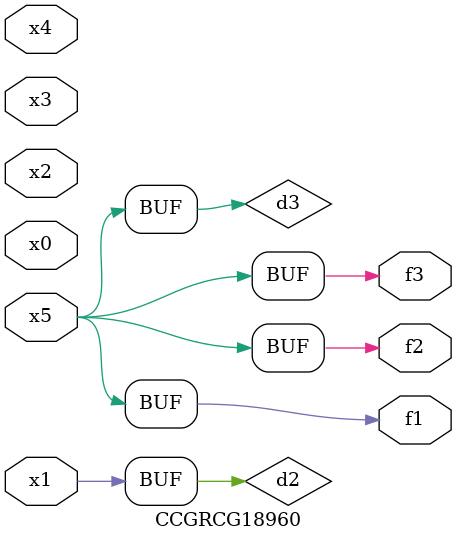
<source format=v>
module CCGRCG18960(
	input x0, x1, x2, x3, x4, x5,
	output f1, f2, f3
);

	wire d1, d2, d3;

	not (d1, x5);
	or (d2, x1);
	xnor (d3, d1);
	assign f1 = d3;
	assign f2 = d3;
	assign f3 = d3;
endmodule

</source>
